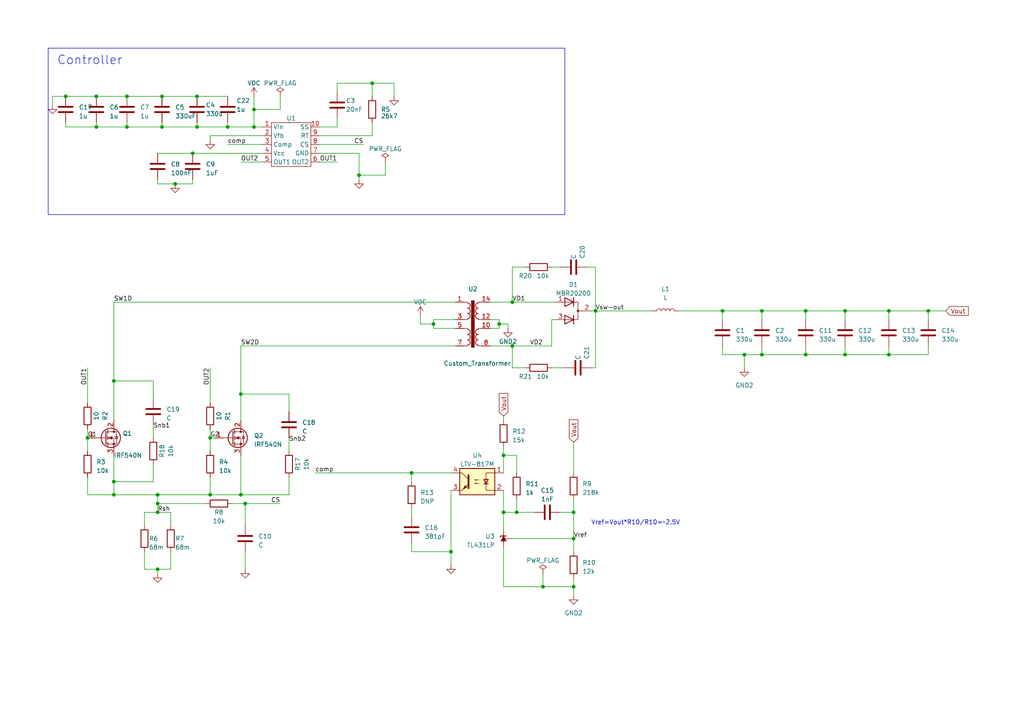
<source format=kicad_sch>
(kicad_sch (version 20230121) (generator eeschema)
  (paper "A4")
  (lib_symbols
    (symbol "Device:C" (pin_numbers hide) (pin_names (offset 0.254))
      (property "Reference" "C" (at 0.635 2.54 0))
      (property "Value" "C" (at 0.635 -2.54 0))
      (symbol "C_0_1"
        (polyline (pts (xy -2.032 -0.762) (xy 2.032 -0.762)) (stroke (width 0.508)))
        (polyline (pts (xy -2.032 0.762) (xy 2.032 0.762)) (stroke (width 0.508)))
      )
      (symbol "C_1_1"
        (pin passive line (at 0 3.81 270) (length 2.794) (name "~") (number "1"))
        (pin passive line (at 0 -3.81 90) (length 2.794) (name "~") (number "2"))
      )
    )
    (symbol "Device:D_Dual_CommonCathode_AKA_Parallel" (pin_names (offset 0.762) hide)
      (property "Reference" "D" (at 0 5.08 0))
      (property "Value" "D_Dual_CommonCathode_AKA_Parallel" (at 0 -5.08 0))
      (symbol "D_Dual_CommonCathode_AKA_Parallel_0_0"
        (polyline (pts (xy 0 -1.27) (xy 0 -3.81)) (stroke (width 0.254)))
        (polyline (pts (xy 0 3.81) (xy 0 1.27)) (stroke (width 0.254)))
      )
      (symbol "D_Dual_CommonCathode_AKA_Parallel_0_1"
        (polyline (pts (xy 1.27 0) (xy 2.54 0)))
        (polyline (pts (xy -2.54 -2.54) (xy 1.27 -2.54) (xy 1.27 2.54) (xy -2.54 2.54)))
        (polyline (pts (xy -2.54 -1.27) (xy 0 -2.54) (xy -2.54 -3.81) (xy -2.54 -1.27) (xy -2.54 -1.27) (xy -2.54 -1.27)) (stroke (width 0.254)))
        (polyline (pts (xy -2.54 3.81) (xy 0 2.54) (xy -2.54 1.27) (xy -2.54 3.81) (xy -2.54 3.81) (xy -2.54 3.81)) (stroke (width 0.254)))
        (circle (center 1.27 0) (radius 0.254) (fill (type outline)))
        (pin passive line (at -5.08 2.54 0) (length 2.54) (name "K") (number "1"))
        (pin passive line (at 5.08 0 180) (length 2.54) (name "A") (number "2"))
        (pin passive line (at -5.08 -2.54 0) (length 2.54) (name "K") (number "3"))
      )
    )
    (symbol "Device:L" (pin_numbers hide) (pin_names (offset 1.016) hide)
      (property "Reference" "L" (at -1.27 0 90))
      (property "Value" "L" (at 1.905 0 90))
      (symbol "L_0_1"
        (arc (start 0 -2.54) (mid 0.6323 -1.905) (end 0 -1.27))
        (arc (start 0 -1.27) (mid 0.6323 -0.635) (end 0 0))
        (arc (start 0 0) (mid 0.6323 0.635) (end 0 1.27))
        (arc (start 0 1.27) (mid 0.6323 1.905) (end 0 2.54))
      )
      (symbol "L_1_1"
        (pin passive line (at 0 3.81 270) (length 1.27) (name "1") (number "1"))
        (pin passive line (at 0 -3.81 90) (length 1.27) (name "2") (number "2"))
      )
    )
    (symbol "Device:R" (pin_numbers hide) (pin_names (offset 0))
      (property "Reference" "R" (at 2.032 0 90))
      (property "Value" "R" (at 0 0 90))
      (symbol "R_0_1"
        (rectangle (start -1.016 -2.54) (end 1.016 2.54) (stroke (width 0.254)))
      )
      (symbol "R_1_1"
        (pin passive line (at 0 3.81 270) (length 1.27) (name "~") (number "1"))
        (pin passive line (at 0 -3.81 90) (length 1.27) (name "~") (number "2"))
      )
    )
    (symbol "EE464-Symbols:Custom_Transformer"
      (property "Reference" "U" (at 0 8.89 0))
      (property "Value" "Custom_Transformer" (at -1.27 -10.16 0))
      (symbol "Custom_Transformer_0_1"
        (arc (start -2.794 -6.096) (mid -2.0353 -5.334) (end -2.794 -4.572) (stroke (width 0.2032)))
        (arc (start -2.794 -4.572) (mid -2.0353 -3.81) (end -2.794 -3.048) (stroke (width 0.2032)))
        (arc (start -2.794 -3.048) (mid -2.0353 -2.286) (end -2.794 -1.524) (stroke (width 0.2032)))
        (arc (start -2.794 1.524) (mid -2.0353 2.286) (end -2.794 3.048) (stroke (width 0.2032)))
        (arc (start -2.794 3.048) (mid -2.0353 3.81) (end -2.794 4.572) (stroke (width 0.2032)))
        (arc (start -2.794 4.572) (mid -2.0353 5.334) (end -2.794 6.096) (stroke (width 0.2032)))
        (rectangle (start -1.524 6.604) (end -1.016 -6.604) (stroke (width 0.508)) (fill (type outline)))
        (polyline (pts (xy 0.254 -6.096) (xy 0.254 -6.35) (xy 0.254 -6.35)) (fill (type outline)))
        (polyline (pts (xy 0.254 -1.27) (xy 0.254 -1.524) (xy 0.254 -1.524)) (fill (type outline)))
        (polyline (pts (xy 0.254 -1.27) (xy 1.27 -1.27) (xy 1.27 -1.27)))
        (polyline (pts (xy 0.254 1.27) (xy 0.254 1.524) (xy 0.254 1.524)) (fill (type outline)))
        (polyline (pts (xy 0.254 1.27) (xy 1.27 1.27) (xy 1.27 1.27)))
        (polyline (pts (xy 0.254 6.35) (xy 0.254 6.096) (xy 0.254 6.096)) (fill (type outline)))
        (polyline (pts (xy 0.254 6.35) (xy 1.27 6.35) (xy 1.27 6.35)))
        (polyline (pts (xy 1.27 -6.35) (xy 0.254 -6.35) (xy 0.254 -6.35)))
        (polyline (pts (xy -2.794 -6.096) (xy -2.794 -6.35) (xy -3.81 -6.35) (xy -3.81 -6.35)))
        (polyline (pts (xy -2.794 -1.524) (xy -2.794 -1.27) (xy -3.81 -1.27) (xy -3.81 -1.27)))
        (polyline (pts (xy -2.794 1.524) (xy -2.794 1.27) (xy -3.81 1.27) (xy -3.81 1.27)))
        (polyline (pts (xy -2.794 6.096) (xy -2.794 6.35) (xy -3.81 6.35) (xy -3.81 6.35)))
        (arc (start 0.254 -4.572) (mid -0.5047 -5.334) (end 0.254 -6.096) (stroke (width 0.2032)))
        (arc (start 0.254 -3.048) (mid -0.5047 -3.81) (end 0.254 -4.572) (stroke (width 0.2032)))
        (arc (start 0.254 -1.524) (mid -0.5047 -2.286) (end 0.254 -3.048) (stroke (width 0.2032)))
        (arc (start 0.254 3.048) (mid -0.5047 2.286) (end 0.254 1.524) (stroke (width 0.2032)))
        (arc (start 0.254 4.572) (mid -0.5047 3.81) (end 0.254 3.048) (stroke (width 0.2032)))
        (arc (start 0.254 6.096) (mid -0.5047 5.334) (end 0.254 4.572) (stroke (width 0.2032)))
      )
      (symbol "Custom_Transformer_1_1"
        (pin passive line (at -6.35 6.35 0) (length 2.54) (name "~") (number "1"))
        (pin passive line (at 3.81 -1.27 180) (length 2.54) (name "~") (number "10"))
        (pin passive line (at 3.81 1.27 180) (length 2.54) (name "~") (number "12"))
        (pin passive line (at 3.81 6.35 180) (length 2.54) (name "~") (number "14"))
        (pin passive line (at -6.35 1.27 0) (length 2.54) (name "~") (number "3"))
        (pin passive line (at -6.35 -1.27 0) (length 2.54) (name "~") (number "5"))
        (pin passive line (at -6.35 -6.35 0) (length 2.54) (name "~") (number "7"))
        (pin passive line (at 3.81 -6.35 180) (length 2.54) (name "~") (number "8"))
      )
    )
    (symbol "EE464-Symbols:LM5030-DIP"
      (property "Reference" "U" (at -3.81 6.35 0))
      (symbol "LM5030-DIP_0_1"
        (rectangle (start -6.35 5.08) (end 5.08 -7.62))
      )
      (symbol "LM5030-DIP_1_1"
        (pin input line (at -8.89 3.81 0) (length 2.54) (name "Vin") (number "1"))
        (pin input line (at 7.62 3.81 180) (length 2.54) (name "SS") (number "10"))
        (pin input line (at -8.89 1.27 0) (length 2.54) (name "Vfb") (number "2"))
        (pin input line (at -8.89 -1.27 0) (length 2.54) (name "Comp") (number "3"))
        (pin output line (at -8.89 -3.81 0) (length 2.54) (name "Vcc") (number "4"))
        (pin output line (at -8.89 -6.35 0) (length 2.54) (name "OUT1") (number "5"))
        (pin input line (at 7.62 -6.35 180) (length 2.54) (name "OUT2") (number "6"))
        (pin input line (at 7.62 -3.81 180) (length 2.54) (name "GND") (number "7"))
        (pin input line (at 7.62 -1.27 180) (length 2.54) (name "CS") (number "8"))
        (pin input line (at 7.62 1.27 180) (length 2.54) (name "RT") (number "9"))
      )
    )
    (symbol "Isolator:LTV-817M" (pin_names (offset 1.016))
      (property "Reference" "U" (at -3.81 5.08 0))
      (property "Value" "LTV-817M" (at 0 -5.08 0))
      (symbol "LTV-817M_1_1"
        (rectangle (start -5.08 3.81) (end 5.08 -3.81) (stroke (width 0.254)) (fill (type background)))
        (polyline (pts (xy -3.175 -0.635) (xy -1.905 -0.635)) (stroke (width 0.254)))
        (polyline (pts (xy 2.54 0.635) (xy 4.445 2.54)))
        (polyline (pts (xy 4.445 -2.54) (xy 2.54 -0.635)) (fill (type outline)))
        (polyline (pts (xy 4.445 -2.54) (xy 5.08 -2.54)))
        (polyline (pts (xy 4.445 2.54) (xy 5.08 2.54)))
        (polyline (pts (xy -5.08 2.54) (xy -2.54 2.54) (xy -2.54 -0.762)))
        (polyline (pts (xy -2.54 -0.635) (xy -2.54 -2.54) (xy -5.08 -2.54)))
        (polyline (pts (xy 2.54 1.905) (xy 2.54 -1.905) (xy 2.54 -1.905)) (stroke (width 0.508)))
        (polyline (pts (xy -2.54 -0.635) (xy -3.175 0.635) (xy -1.905 0.635) (xy -2.54 -0.635)) (stroke (width 0.254)))
        (polyline (pts (xy -0.508 -0.508) (xy 0.762 -0.508) (xy 0.381 -0.635) (xy 0.381 -0.381) (xy 0.762 -0.508)))
        (polyline (pts (xy -0.508 0.508) (xy 0.762 0.508) (xy 0.381 0.381) (xy 0.381 0.635) (xy 0.762 0.508)))
        (polyline (pts (xy 3.048 -1.651) (xy 3.556 -1.143) (xy 4.064 -2.159) (xy 3.048 -1.651) (xy 3.048 -1.651)) (fill (type outline)))
        (pin passive line (at -7.62 2.54 0) (length 2.54) (name "~") (number "1"))
        (pin passive line (at -7.62 -2.54 0) (length 2.54) (name "~") (number "2"))
        (pin passive line (at 7.62 -2.54 180) (length 2.54) (name "~") (number "3"))
        (pin passive line (at 7.62 2.54 180) (length 2.54) (name "~") (number "4"))
      )
    )
    (symbol "Reference_Voltage:TL431LP" (pin_numbers hide) (pin_names hide)
      (property "Reference" "U" (at -2.54 2.54 0))
      (property "Value" "TL431LP" (at 0 -2.54 0))
      (symbol "TL431LP_0_1"
        (polyline (pts (xy -1.27 0) (xy 0 0) (xy 1.27 0)))
        (polyline (pts (xy -0.762 0.762) (xy 0.762 0) (xy -0.762 -0.762)) (fill (type outline)))
        (polyline (pts (xy 0.508 -1.016) (xy 0.762 -0.762) (xy 0.762 0.762) (xy 0.762 0.762)) (stroke (width 0.254)))
      )
      (symbol "TL431LP_1_1"
        (pin passive line (at 0 2.54 270) (length 2.54) (name "REF") (number "1"))
        (pin passive line (at -2.54 0 0) (length 2.54) (name "A") (number "2"))
        (pin passive line (at 2.54 0 180) (length 2.54) (name "K") (number "3"))
      )
    )
    (symbol "Transistor_FET:IRF540N" (pin_names hide)
      (property "Reference" "Q" (at 6.35 1.905 0))
      (property "Value" "IRF540N" (at 6.35 0 0))
      (symbol "IRF540N_0_1"
        (polyline (pts (xy 0.254 0) (xy -2.54 0)))
        (polyline (pts (xy 0.254 1.905) (xy 0.254 -1.905)) (stroke (width 0.254)))
        (polyline (pts (xy 0.762 -1.27) (xy 0.762 -2.286)) (stroke (width 0.254)))
        (polyline (pts (xy 0.762 0.508) (xy 0.762 -0.508)) (stroke (width 0.254)))
        (polyline (pts (xy 0.762 2.286) (xy 0.762 1.27)) (stroke (width 0.254)))
        (polyline (pts (xy 2.54 2.54) (xy 2.54 1.778)))
        (polyline (pts (xy 2.54 -2.54) (xy 2.54 0) (xy 0.762 0)))
        (polyline (pts (xy 0.762 -1.778) (xy 3.302 -1.778) (xy 3.302 1.778) (xy 0.762 1.778)))
        (polyline (pts (xy 1.016 0) (xy 2.032 0.381) (xy 2.032 -0.381) (xy 1.016 0)) (fill (type outline)))
        (polyline (pts (xy 2.794 0.508) (xy 2.921 0.381) (xy 3.683 0.381) (xy 3.81 0.254)))
        (polyline (pts (xy 3.302 0.381) (xy 2.921 -0.254) (xy 3.683 -0.254) (xy 3.302 0.381)))
        (circle (center 1.651 0) (radius 2.794) (stroke (width 0.254)))
        (circle (center 2.54 -1.778) (radius 0.254) (fill (type outline)))
        (circle (center 2.54 1.778) (radius 0.254) (fill (type outline)))
      )
      (symbol "IRF540N_1_1"
        (pin input line (at -5.08 0 0) (length 2.54) (name "G") (number "1"))
        (pin passive line (at 2.54 5.08 270) (length 2.54) (name "D") (number "2"))
        (pin passive line (at 2.54 -5.08 90) (length 2.54) (name "S") (number "3"))
      )
    )
    (symbol "power:GND" (power) (pin_names (offset 0))
      (property "Value" "GND" (at 0 -3.81 0))
      (symbol "GND_0_1"
        (polyline (pts (xy 0 0) (xy 0 -1.27) (xy 1.27 -1.27) (xy 0 -2.54) (xy -1.27 -1.27) (xy 0 -1.27)))
      )
      (symbol "GND_1_1"
        (pin power_in line (at 0 0 270) (length 0) hide (name "GND") (number "1"))
      )
    )
    (symbol "power:GND2" (power) (pin_names (offset 0))
      (property "Value" "GND2" (at 0 -3.81 0))
      (symbol "GND2_0_1"
        (polyline (pts (xy 0 0) (xy 0 -1.27) (xy 1.27 -1.27) (xy 0 -2.54) (xy -1.27 -1.27) (xy 0 -1.27)))
      )
      (symbol "GND2_1_1"
        (pin power_in line (at 0 0 270) (length 0) hide (name "GND2") (number "1"))
      )
    )
    (symbol "power:PWR_FLAG" (power) (pin_numbers hide) (pin_names (offset 0) hide)
      (property "Value" "PWR_FLAG" (at 0 3.81 0))
      (symbol "PWR_FLAG_0_0"
        (pin power_out line (at 0 0 90) (length 0) (name "pwr") (number "1"))
      )
      (symbol "PWR_FLAG_0_1"
        (polyline (pts (xy 0 0) (xy 0 1.27) (xy -1.016 1.905) (xy 0 2.54) (xy 1.016 1.905) (xy 0 1.27)))
      )
    )
    (symbol "power:VDC" (power) (pin_names (offset 0))
      (property "Value" "VDC" (at 0 6.35 0))
      (symbol "VDC_0_1"
        (polyline (pts (xy -0.762 1.27) (xy 0 2.54)))
        (polyline (pts (xy 0 0) (xy 0 2.54)))
        (polyline (pts (xy 0 2.54) (xy 0.762 1.27)))
      )
      (symbol "VDC_1_1"
        (pin power_in line (at 0 0 90) (length 0) hide (name "VDC") (number "1"))
      )
    )
  )
  (junction (at 46.99 27.94))
  (junction (at 107.95 24.13))
  (junction (at 33.02 143.51))
  (junction (at 209.55 90.17))
  (junction (at 119.38 137.16))
  (junction (at 45.72 146.05))
  (junction (at 57.15 36.83))
  (junction (at 73.66 31.75))
  (junction (at 149.86 148.59))
  (junction (at 46.99 36.83))
  (junction (at 73.66 36.83))
  (junction (at 25.4 127))
  (junction (at 146.05 132.08))
  (junction (at 36.83 27.94))
  (junction (at 172.72 90.17))
  (junction (at 36.83 36.83))
  (junction (at 130.81 160.02))
  (junction (at 69.85 143.51))
  (junction (at 33.02 110.49))
  (junction (at 55.88 44.45))
  (junction (at 245.11 90.17))
  (junction (at 125.73 93.98))
  (junction (at 27.94 36.83))
  (junction (at 257.81 102.87))
  (junction (at 27.94 27.94))
  (junction (at 166.37 156.21))
  (junction (at 45.72 143.51))
  (junction (at 220.98 90.17))
  (junction (at 245.11 102.87))
  (junction (at 146.05 148.59))
  (junction (at 215.9 102.87))
  (junction (at 144.78 93.98))
  (junction (at 50.8 53.34))
  (junction (at 45.72 165.1))
  (junction (at 19.05 27.94))
  (junction (at 269.24 90.17))
  (junction (at 233.68 90.17))
  (junction (at 157.48 170.18))
  (junction (at 71.12 146.05))
  (junction (at 57.15 27.94))
  (junction (at 45.72 148.59))
  (junction (at 33.02 139.7))
  (junction (at 148.59 87.63))
  (junction (at 166.37 148.59))
  (junction (at 233.68 102.87))
  (junction (at 104.14 50.8))
  (junction (at 220.98 102.87))
  (junction (at 66.04 36.83))
  (junction (at 60.96 143.51))
  (junction (at 60.96 127))
  (junction (at 69.85 114.3))
  (junction (at 166.37 170.18))
  (junction (at 148.59 100.33))
  (junction (at 257.81 90.17))
  (wire (pts (xy 149.86 144.78) (xy 149.86 148.59)))
  (wire (pts (xy 44.45 134.62) (xy 44.45 139.7)))
  (wire (pts (xy 97.79 24.13) (xy 97.79 26.67)))
  (wire (pts (xy 60.96 124.46) (xy 60.96 127)))
  (wire (pts (xy 172.72 106.68) (xy 171.45 106.68)))
  (wire (pts (xy 146.05 129.54) (xy 146.05 132.08)))
  (wire (pts (xy 144.78 93.98) (xy 147.32 93.98)))
  (wire (pts (xy 69.85 114.3) (xy 69.85 121.92)))
  (wire (pts (xy 172.72 90.17) (xy 172.72 106.68)))
  (wire (pts (xy 148.59 156.21) (xy 166.37 156.21)))
  (wire (pts (xy 233.68 102.87) (xy 245.11 102.87)))
  (wire (pts (xy 25.4 143.51) (xy 33.02 143.51)))
  (wire (pts (xy 25.4 124.46) (xy 25.4 127)))
  (wire (pts (xy 144.78 93.98) (xy 144.78 95.25)))
  (wire (pts (xy 19.05 27.94) (xy 15.24 27.94)))
  (wire (pts (xy 97.79 24.13) (xy 107.95 24.13)))
  (wire (pts (xy 149.86 137.16) (xy 149.86 132.08)))
  (wire (pts (xy 147.32 93.98) (xy 147.32 95.25)))
  (wire (pts (xy 60.96 138.43) (xy 60.96 143.51)))
  (wire (pts (xy 220.98 90.17) (xy 220.98 92.71)))
  (wire (pts (xy 33.02 87.63) (xy 33.02 110.49)))
  (wire (pts (xy 81.28 27.94) (xy 81.28 31.75)))
  (wire (pts (xy 125.73 93.98) (xy 125.73 95.25)))
  (wire (pts (xy 157.48 166.37) (xy 157.48 170.18)))
  (wire (pts (xy 46.99 36.83) (xy 57.15 36.83)))
  (wire (pts (xy 19.05 27.94) (xy 27.94 27.94)))
  (wire (pts (xy 257.81 90.17) (xy 257.81 92.71)))
  (wire (pts (xy 97.79 36.83) (xy 92.71 36.83)))
  (wire (pts (xy 66.04 41.91) (xy 76.2 41.91)))
  (wire (pts (xy 45.72 44.45) (xy 55.88 44.45)))
  (wire (pts (xy 119.38 137.16) (xy 130.81 137.16)))
  (wire (pts (xy 146.05 142.24) (xy 146.05 148.59)))
  (wire (pts (xy 119.38 160.02) (xy 130.81 160.02)))
  (wire (pts (xy 44.45 123.19) (xy 44.45 127)))
  (wire (pts (xy 220.98 102.87) (xy 233.68 102.87)))
  (wire (pts (xy 172.72 90.17) (xy 189.23 90.17)))
  (wire (pts (xy 44.45 139.7) (xy 33.02 139.7)))
  (wire (pts (xy 33.02 110.49) (xy 33.02 121.92)))
  (wire (pts (xy 148.59 77.47) (xy 148.59 87.63)))
  (wire (pts (xy 45.72 53.34) (xy 50.8 53.34)))
  (wire (pts (xy 172.72 90.17) (xy 172.72 77.47)))
  (wire (pts (xy 209.55 90.17) (xy 209.55 92.71)))
  (wire (pts (xy 41.91 148.59) (xy 45.72 148.59)))
  (wire (pts (xy 114.3 24.13) (xy 107.95 24.13)))
  (wire (pts (xy 233.68 90.17) (xy 233.68 92.71)))
  (wire (pts (xy 36.83 35.56) (xy 36.83 36.83)))
  (wire (pts (xy 233.68 90.17) (xy 245.11 90.17)))
  (wire (pts (xy 33.02 139.7) (xy 33.02 143.51)))
  (wire (pts (xy 60.96 143.51) (xy 69.85 143.51)))
  (wire (pts (xy 269.24 90.17) (xy 274.32 90.17)))
  (wire (pts (xy 45.72 143.51) (xy 60.96 143.51)))
  (wire (pts (xy 107.95 24.13) (xy 107.95 27.94)))
  (wire (pts (xy 76.2 39.37) (xy 60.96 39.37)))
  (wire (pts (xy 245.11 102.87) (xy 257.81 102.87)))
  (wire (pts (xy 45.72 52.07) (xy 45.72 53.34)))
  (wire (pts (xy 71.12 146.05) (xy 71.12 152.4)))
  (wire (pts (xy 148.59 100.33) (xy 160.02 100.33)))
  (wire (pts (xy 245.11 90.17) (xy 245.11 92.71)))
  (wire (pts (xy 76.2 36.83) (xy 73.66 36.83)))
  (wire (pts (xy 44.45 110.49) (xy 33.02 110.49)))
  (wire (pts (xy 60.96 106.68) (xy 60.96 116.84)))
  (wire (pts (xy 119.38 147.32) (xy 119.38 149.86)))
  (wire (pts (xy 71.12 146.05) (xy 81.28 146.05)))
  (wire (pts (xy 209.55 90.17) (xy 220.98 90.17)))
  (wire (pts (xy 41.91 152.4) (xy 41.91 148.59)))
  (wire (pts (xy 44.45 110.49) (xy 44.45 115.57)))
  (wire (pts (xy 60.96 127) (xy 62.23 127)))
  (wire (pts (xy 69.85 100.33) (xy 132.08 100.33)))
  (wire (pts (xy 45.72 143.51) (xy 45.72 146.05)))
  (wire (pts (xy 121.92 93.98) (xy 125.73 93.98)))
  (wire (pts (xy 45.72 146.05) (xy 45.72 148.59)))
  (wire (pts (xy 57.15 27.94) (xy 66.04 27.94)))
  (wire (pts (xy 50.8 53.34) (xy 55.88 53.34)))
  (wire (pts (xy 73.66 31.75) (xy 73.66 36.83)))
  (wire (pts (xy 36.83 27.94) (xy 46.99 27.94)))
  (wire (pts (xy 83.82 119.38) (xy 83.82 114.3)))
  (wire (pts (xy 45.72 146.05) (xy 59.69 146.05)))
  (wire (pts (xy 245.11 90.17) (xy 257.81 90.17)))
  (wire (pts (xy 119.38 139.7) (xy 119.38 137.16)))
  (wire (pts (xy 130.81 142.24) (xy 130.81 160.02)))
  (wire (pts (xy 97.79 34.29) (xy 97.79 36.83)))
  (wire (pts (xy 55.88 52.07) (xy 55.88 53.34)))
  (wire (pts (xy 19.05 35.56) (xy 19.05 36.83)))
  (wire (pts (xy 69.85 100.33) (xy 69.85 114.3)))
  (wire (pts (xy 111.76 46.99) (xy 111.76 50.8)))
  (wire (pts (xy 160.02 92.71) (xy 161.29 92.71)))
  (wire (pts (xy 92.71 46.99) (xy 97.79 46.99)))
  (wire (pts (xy 15.24 27.94) (xy 15.24 30.48)))
  (wire (pts (xy 83.82 127) (xy 83.82 130.81)))
  (wire (pts (xy 60.96 127) (xy 60.96 130.81)))
  (wire (pts (xy 142.24 100.33) (xy 148.59 100.33)))
  (wire (pts (xy 215.9 102.87) (xy 220.98 102.87)))
  (wire (pts (xy 148.59 100.33) (xy 148.59 106.68)))
  (wire (pts (xy 166.37 167.64) (xy 166.37 170.18)))
  (wire (pts (xy 27.94 27.94) (xy 36.83 27.94)))
  (wire (pts (xy 172.72 77.47) (xy 170.18 77.47)))
  (wire (pts (xy 142.24 87.63) (xy 148.59 87.63)))
  (wire (pts (xy 215.9 102.87) (xy 215.9 106.68)))
  (wire (pts (xy 45.72 148.59) (xy 49.53 148.59)))
  (wire (pts (xy 104.14 44.45) (xy 104.14 50.8)))
  (wire (pts (xy 83.82 138.43) (xy 83.82 143.51)))
  (wire (pts (xy 67.31 146.05) (xy 71.12 146.05)))
  (wire (pts (xy 25.4 127) (xy 25.4 130.81)))
  (wire (pts (xy 257.81 90.17) (xy 269.24 90.17)))
  (wire (pts (xy 142.24 95.25) (xy 144.78 95.25)))
  (wire (pts (xy 149.86 132.08) (xy 146.05 132.08)))
  (wire (pts (xy 69.85 132.08) (xy 69.85 143.51)))
  (wire (pts (xy 144.78 92.71) (xy 144.78 93.98)))
  (wire (pts (xy 220.98 100.33) (xy 220.98 102.87)))
  (wire (pts (xy 92.71 39.37) (xy 107.95 39.37)))
  (wire (pts (xy 220.98 90.17) (xy 233.68 90.17)))
  (wire (pts (xy 45.72 165.1) (xy 45.72 166.37)))
  (wire (pts (xy 92.71 41.91) (xy 105.41 41.91)))
  (wire (pts (xy 41.91 160.02) (xy 41.91 165.1)))
  (wire (pts (xy 111.76 50.8) (xy 104.14 50.8)))
  (wire (pts (xy 125.73 95.25) (xy 132.08 95.25)))
  (wire (pts (xy 114.3 27.94) (xy 114.3 24.13)))
  (wire (pts (xy 146.05 132.08) (xy 146.05 137.16)))
  (wire (pts (xy 257.81 100.33) (xy 257.81 102.87)))
  (wire (pts (xy 46.99 27.94) (xy 57.15 27.94)))
  (wire (pts (xy 25.4 138.43) (xy 25.4 143.51)))
  (wire (pts (xy 166.37 148.59) (xy 166.37 156.21)))
  (wire (pts (xy 146.05 120.65) (xy 146.05 121.92)))
  (wire (pts (xy 146.05 148.59) (xy 146.05 153.67)))
  (wire (pts (xy 66.04 36.83) (xy 73.66 36.83)))
  (wire (pts (xy 146.05 158.75) (xy 146.05 170.18)))
  (wire (pts (xy 46.99 35.56) (xy 46.99 36.83)))
  (wire (pts (xy 33.02 132.08) (xy 33.02 139.7)))
  (wire (pts (xy 146.05 148.59) (xy 149.86 148.59)))
  (wire (pts (xy 163.83 106.68) (xy 160.02 106.68)))
  (wire (pts (xy 157.48 170.18) (xy 166.37 170.18)))
  (wire (pts (xy 269.24 100.33) (xy 269.24 102.87)))
  (wire (pts (xy 257.81 102.87) (xy 269.24 102.87)))
  (wire (pts (xy 66.04 35.56) (xy 66.04 36.83)))
  (wire (pts (xy 92.71 44.45) (xy 104.14 44.45)))
  (wire (pts (xy 33.02 87.63) (xy 132.08 87.63)))
  (wire (pts (xy 57.15 36.83) (xy 66.04 36.83)))
  (wire (pts (xy 27.94 36.83) (xy 36.83 36.83)))
  (wire (pts (xy 148.59 87.63) (xy 161.29 87.63)))
  (wire (pts (xy 132.08 92.71) (xy 125.73 92.71)))
  (wire (pts (xy 41.91 165.1) (xy 45.72 165.1)))
  (wire (pts (xy 60.96 39.37) (xy 60.96 40.64)))
  (wire (pts (xy 166.37 156.21) (xy 166.37 160.02)))
  (wire (pts (xy 149.86 148.59) (xy 154.94 148.59)))
  (wire (pts (xy 83.82 114.3) (xy 69.85 114.3)))
  (wire (pts (xy 33.02 143.51) (xy 45.72 143.51)))
  (wire (pts (xy 162.56 148.59) (xy 166.37 148.59)))
  (wire (pts (xy 166.37 128.27) (xy 166.37 137.16)))
  (wire (pts (xy 83.82 143.51) (xy 69.85 143.51)))
  (wire (pts (xy 49.53 148.59) (xy 49.53 152.4)))
  (wire (pts (xy 27.94 35.56) (xy 27.94 36.83)))
  (wire (pts (xy 233.68 100.33) (xy 233.68 102.87)))
  (wire (pts (xy 57.15 35.56) (xy 57.15 36.83)))
  (wire (pts (xy 73.66 27.94) (xy 73.66 31.75)))
  (wire (pts (xy 49.53 165.1) (xy 45.72 165.1)))
  (wire (pts (xy 130.81 160.02) (xy 130.81 163.83)))
  (wire (pts (xy 152.4 106.68) (xy 148.59 106.68)))
  (wire (pts (xy 215.9 102.87) (xy 209.55 102.87)))
  (wire (pts (xy 142.24 92.71) (xy 144.78 92.71)))
  (wire (pts (xy 119.38 157.48) (xy 119.38 160.02)))
  (wire (pts (xy 121.92 91.44) (xy 121.92 93.98)))
  (wire (pts (xy 146.05 170.18) (xy 157.48 170.18)))
  (wire (pts (xy 55.88 44.45) (xy 76.2 44.45)))
  (wire (pts (xy 196.85 90.17) (xy 209.55 90.17)))
  (wire (pts (xy 171.45 90.17) (xy 172.72 90.17)))
  (wire (pts (xy 160.02 100.33) (xy 160.02 92.71)))
  (wire (pts (xy 209.55 100.33) (xy 209.55 102.87)))
  (wire (pts (xy 71.12 160.02) (xy 71.12 165.1)))
  (wire (pts (xy 166.37 144.78) (xy 166.37 148.59)))
  (wire (pts (xy 36.83 36.83) (xy 46.99 36.83)))
  (wire (pts (xy 148.59 77.47) (xy 152.4 77.47)))
  (wire (pts (xy 107.95 35.56) (xy 107.95 39.37)))
  (wire (pts (xy 245.11 100.33) (xy 245.11 102.87)))
  (wire (pts (xy 49.53 160.02) (xy 49.53 165.1)))
  (wire (pts (xy 162.56 77.47) (xy 160.02 77.47)))
  (wire (pts (xy 125.73 92.71) (xy 125.73 93.98)))
  (wire (pts (xy 269.24 90.17) (xy 269.24 92.71)))
  (wire (pts (xy 81.28 31.75) (xy 73.66 31.75)))
  (wire (pts (xy 166.37 170.18) (xy 166.37 172.72)))
  (wire (pts (xy 25.4 106.68) (xy 25.4 116.84)))
  (wire (pts (xy 104.14 50.8) (xy 104.14 52.07)))
  (wire (pts (xy 91.44 137.16) (xy 119.38 137.16)))
  (wire (pts (xy 69.85 46.99) (xy 76.2 46.99)))
  (wire (pts (xy 19.05 36.83) (xy 27.94 36.83)))
  (rectangle (start 13.97 13.97) (end 163.83 62.23))
  (text "Controller" (at 16.51 19.05 0) (effects (font (size 2.54 2.54)) (justify left bottom)))
  (text "Vref=Vout*R10/R10=~2.5V" (at 171.45 152.4 0) (effects (font (size 1.27 1.27)) (justify left bottom)))
  (label "VD1" (at 148.59 87.63 0))
  (label "Snb2" (at 83.82 128.27 0))
  (label "Vsw-out" (at 172.72 90.17 0))
  (label "Rsh" (at 45.72 148.59 0))
  (label "SW1D" (at 33.02 87.63 0))
  (label "G2" (at 60.96 127 0))
  (label "comp" (at 66.04 41.91 0))
  (label "comp" (at 91.44 137.16 0))
  (label "SW2D" (at 69.85 100.33 0))
  (label "VD2" (at 153.67 100.33 0))
  (label "OUT2" (at 69.85 46.99 0))
  (label "G1" (at 25.4 127 0))
  (label "CS" (at 81.28 146.05 180))
  (label "OUT1" (at 25.4 106.68 270))
  (label "Snb1" (at 44.45 124.46 0))
  (label "Vref" (at 166.37 156.21 0))
  (label "OUT2" (at 60.96 106.68 270))
  (label "CS" (at 105.41 41.91 180))
  (label "OUT1" (at 97.79 46.99 180))
  (global_label "Vout" (shape input) (at 166.37 128.27 90) (property "Intersheetrefs" "${INTERSHEET_REFS}" (effects hide)))
  (global_label "Vout" (shape input) (at 146.05 120.65 90) (property "Intersheetrefs" "${INTERSHEET_REFS}" (effects hide)))
  (global_label "Vout" (shape input) (at 274.32 90.17 0) (property "Intersheetrefs" "${INTERSHEET_REFS}" (effects hide)))
  (symbol (lib_id "power:VDC") (at 121.92 91.44 0) (unit 1)
    (property "Reference" "#PWR06" (effects hide))
    (property "Value" "VDC" (at 121.92 87.63 0))
  )
  (symbol (lib_id "Device:C") (at 167.64 106.68 270) (unit 1)
    (property "Reference" "C21" (at 170.18 100.33 0) (effects (justify left)))
    (property "Value" "C" (at 167.64 102.87 0) (effects (justify left)))
    (property "Footprint" "Capacitor_THT:C_Disc_D7.5mm_W5.0mm_P7.50mm" (effects hide))
  )
  (symbol (lib_id "EE464-Symbols:LM5030-DIP") (at 85.09 40.64 0) (unit 1)
    (property "Reference" "U1" (at 84.455 34.29 0))
    (property "Value" "~" (at 83.82 35.56 0))
    (property "Footprint" "Package_DIP:DIP-10_W7.62mm" (effects hide))
  )
  (symbol (lib_id "Device:R") (at 107.95 31.75 0) (unit 1)
    (property "Reference" "R5" (at 110.49 31.75 0) (effects (justify left)))
    (property "Value" "26k7" (at 110.49 33.655 0) (effects (justify left)))
    (property "Footprint" "Resistor_THT:R_Axial_DIN0204_L3.6mm_D1.6mm_P7.62mm_Horizontal" (effects hide))
  )
  (symbol (lib_id "Device:C") (at 269.24 96.52 0) (unit 1)
    (property "Reference" "C14" (at 273.05 95.885 0) (effects (justify left)))
    (property "Value" "330u" (at 273.05 98.425 0) (effects (justify left)))
    (property "Footprint" "Capacitor_THT:CP_Radial_D8.0mm_P5.00mm" (effects hide))
  )
  (symbol (lib_id "Device:R") (at 119.38 143.51 180) (unit 1)
    (property "Reference" "R13" (at 121.92 142.875 0) (effects (justify right)))
    (property "Value" "DNP" (at 121.92 145.415 0) (effects (justify right)))
    (property "Footprint" "Resistor_THT:R_Axial_DIN0204_L3.6mm_D1.6mm_P5.08mm_Horizontal" (effects hide))
  )
  (symbol (lib_id "Device:C") (at 46.99 31.75 180) (unit 1)
    (property "Reference" "C5" (at 50.8 31.115 0) (effects (justify right)))
    (property "Value" "330uF" (at 50.8 33.655 0) (effects (justify right)))
    (property "Footprint" "Capacitor_THT:CP_Radial_D8.0mm_P5.00mm" (effects hide))
  )
  (symbol (lib_id "Device:C") (at 97.79 30.48 0) (unit 1)
    (property "Reference" "C3" (at 100.33 29.21 0) (effects (justify left)))
    (property "Value" "20nF" (at 100.33 31.75 0) (effects (justify left)))
    (property "Footprint" "Capacitor_THT:C_Disc_D5.0mm_W2.5mm_P5.00mm" (effects hide))
  )
  (symbol (lib_id "power:GND2") (at 166.37 172.72 0) (unit 1)
    (property "Reference" "#PWR012" (effects hide))
    (property "Value" "GND2" (at 166.37 177.8 0))
  )
  (symbol (lib_id "Device:C") (at 83.82 123.19 0) (unit 1)
    (property "Reference" "C18" (at 87.63 122.555 0) (effects (justify left)))
    (property "Value" "C" (at 87.63 125.095 0) (effects (justify left)))
    (property "Footprint" "Capacitor_SMD:C_1206_3216Metric" (effects hide))
  )
  (symbol (lib_id "Device:C") (at 257.81 96.52 0) (unit 1)
    (property "Reference" "C13" (at 261.62 95.885 0) (effects (justify left)))
    (property "Value" "330u" (at 261.62 98.425 0) (effects (justify left)))
    (property "Footprint" "Capacitor_THT:CP_Radial_D8.0mm_P5.00mm" (effects hide))
  )
  (symbol (lib_id "Device:R") (at 166.37 140.97 180) (unit 1)
    (property "Reference" "R9" (at 168.91 140.335 0) (effects (justify right)))
    (property "Value" "218k" (at 168.91 142.875 0) (effects (justify right)))
    (property "Footprint" "Resistor_THT:R_Axial_DIN0207_L6.3mm_D2.5mm_P10.16mm_Horizontal" (effects hide))
  )
  (symbol (lib_id "power:GND") (at 50.8 53.34 0) (unit 1)
    (property "Reference" "#PWR07" (effects hide))
    (property "Value" "GND" (effects hide))
  )
  (symbol (lib_id "Device:R") (at 25.4 120.65 0) (unit 1)
    (property "Reference" "R2" (at 30.48 120.65 90))
    (property "Value" "10" (at 27.94 120.65 90))
    (property "Footprint" "Resistor_SMD:R_4020_10251Metric" (effects hide))
  )
  (symbol (lib_id "power:GND2") (at 215.9 106.68 0) (unit 1)
    (property "Reference" "#PWR02" (effects hide))
    (property "Value" "GND2" (at 215.9 111.76 0))
  )
  (symbol (lib_id "Device:C") (at 158.75 148.59 90) (unit 1)
    (property "Reference" "C15" (at 158.75 142.24 90))
    (property "Value" "1nF" (at 158.75 144.78 90))
    (property "Footprint" "Capacitor_THT:C_Disc_D5.1mm_W3.2mm_P5.00mm" (effects hide))
  )
  (symbol (lib_id "Device:R") (at 60.96 120.65 0) (unit 1)
    (property "Reference" "R1" (at 66.04 120.65 90))
    (property "Value" "10" (at 63.5 120.65 90))
    (property "Footprint" "Resistor_SMD:R_4020_10251Metric" (effects hide))
  )
  (symbol (lib_id "Device:C") (at 166.37 77.47 270) (unit 1)
    (property "Reference" "C20" (at 168.91 71.12 0) (effects (justify left)))
    (property "Value" "C" (at 166.37 73.66 0) (effects (justify left)))
    (property "Footprint" "Capacitor_THT:C_Disc_D7.5mm_W5.0mm_P7.50mm" (effects hide))
  )
  (symbol (lib_id "Device:C") (at 220.98 96.52 0) (unit 1)
    (property "Reference" "C2" (at 224.79 95.885 0) (effects (justify left)))
    (property "Value" "330u" (at 224.79 98.425 0) (effects (justify left)))
    (property "Footprint" "Capacitor_THT:CP_Radial_D8.0mm_P5.00mm" (effects hide))
  )
  (symbol (lib_id "Device:R") (at 63.5 146.05 270) (unit 1)
    (property "Reference" "R8" (at 63.5 148.59 90))
    (property "Value" "10k" (at 63.5 151.13 90))
    (property "Footprint" "Resistor_SMD:R_4020_10251Metric" (effects hide))
  )
  (symbol (lib_id "Device:R") (at 83.82 134.62 0) (unit 1)
    (property "Reference" "R17" (at 86.36 134.62 90))
    (property "Value" "10k" (at 88.9 134.62 90))
    (property "Footprint" "Resistor_SMD:R_1206_3216Metric" (effects hide))
  )
  (symbol (lib_id "Device:R") (at 166.37 163.83 180) (unit 1)
    (property "Reference" "R10" (at 168.91 163.195 0) (effects (justify right)))
    (property "Value" "12k" (at 168.91 165.735 0) (effects (justify right)))
    (property "Footprint" "Resistor_THT:R_Axial_DIN0207_L6.3mm_D2.5mm_P10.16mm_Horizontal" (effects hide))
  )
  (symbol (lib_id "power:PWR_FLAG") (at 81.28 27.94 0) (unit 1)
    (property "Reference" "#FLG01" (effects hide))
    (property "Value" "PWR_FLAG" (at 81.28 24.13 0))
  )
  (symbol (lib_id "Device:C") (at 245.11 96.52 0) (unit 1)
    (property "Reference" "C12" (at 248.92 95.885 0) (effects (justify left)))
    (property "Value" "330u" (at 248.92 98.425 0) (effects (justify left)))
    (property "Footprint" "Capacitor_THT:CP_Radial_D8.0mm_P5.00mm" (effects hide))
  )
  (symbol (lib_id "Device:C") (at 44.45 119.38 0) (unit 1)
    (property "Reference" "C19" (at 48.26 118.745 0) (effects (justify left)))
    (property "Value" "C" (at 48.26 121.285 0) (effects (justify left)))
    (property "Footprint" "Capacitor_SMD:C_1206_3216Metric" (effects hide))
  )
  (symbol (lib_id "Device:R") (at 41.91 156.21 180) (unit 1)
    (property "Reference" "R6" (at 43.18 156.21 0) (effects (justify right)))
    (property "Value" "68m" (at 43.18 158.75 0) (effects (justify right)))
    (property "Footprint" "Resistor_SMD:R_2512_6332Metric_Pad1.40x3.35mm_HandSolder" (effects hide))
  )
  (symbol (lib_id "power:PWR_FLAG") (at 157.48 166.37 0) (unit 1)
    (property "Reference" "#FLG03" (effects hide))
    (property "Value" "PWR_FLAG" (at 157.48 162.56 0))
  )
  (symbol (lib_id "power:PWR_FLAG") (at 111.76 46.99 0) (unit 1)
    (property "Reference" "#FLG02" (effects hide))
    (property "Value" "PWR_FLAG" (at 111.76 43.18 0))
  )
  (symbol (lib_id "Device:R") (at 146.05 125.73 180) (unit 1)
    (property "Reference" "R12" (at 148.59 125.095 0) (effects (justify right)))
    (property "Value" "15k" (at 148.59 127.635 0) (effects (justify right)))
    (property "Footprint" "Resistor_THT:R_Axial_DIN0207_L6.3mm_D2.5mm_P10.16mm_Horizontal" (effects hide))
  )
  (symbol (lib_id "Device:C") (at 36.83 31.75 0) (unit 1)
    (property "Reference" "C7" (at 40.64 31.115 0) (effects (justify left)))
    (property "Value" "1u" (at 40.64 33.655 0) (effects (justify left)))
    (property "Footprint" "Capacitor_SMD:C_0805_2012Metric" (effects hide))
  )
  (symbol (lib_id "Device:L") (at 193.04 90.17 90) (unit 1)
    (property "Reference" "L1" (at 193.04 83.82 90))
    (property "Value" "L" (at 193.04 86.36 90))
    (property "Footprint" "Inductor_THT:L_Toroid_Vertical_L25.4mm_W14.7mm_P12.20mm_Vishay_TJ5" (effects hide))
  )
  (symbol (lib_id "Device:R") (at 156.21 106.68 270) (unit 1)
    (property "Reference" "R21" (at 152.4 109.22 90))
    (property "Value" "10k" (at 157.48 109.22 90))
    (property "Footprint" "Resistor_THT:R_Axial_DIN0207_L6.3mm_D2.5mm_P10.16mm_Horizontal" (effects hide))
  )
  (symbol (lib_id "Device:D_Dual_CommonCathode_AKA_Parallel") (at 166.37 90.17 0) (unit 1)
    (property "Reference" "D1" (at 166.3065 82.55 0))
    (property "Value" "MBR20200" (at 166.3065 85.09 0))
    (property "Footprint" "Package_TO_SOT_THT:TO-220-3_Vertical" (effects hide))
  )
  (symbol (lib_id "Device:R") (at 44.45 130.81 0) (unit 1)
    (property "Reference" "R18" (at 46.99 130.81 90))
    (property "Value" "10k" (at 49.53 130.81 90))
    (property "Footprint" "Resistor_SMD:R_1206_3216Metric" (effects hide))
  )
  (symbol (lib_id "Device:C") (at 119.38 153.67 180) (unit 1)
    (property "Reference" "C16" (at 123.19 153.035 0) (effects (justify right)))
    (property "Value" "381pF" (at 123.19 155.575 0) (effects (justify right)))
    (property "Footprint" "Capacitor_THT:C_Disc_D5.0mm_W2.5mm_P5.00mm" (effects hide))
  )
  (symbol (lib_id "power:GND") (at 45.72 166.37 0) (unit 1)
    (property "Reference" "#PWR08" (effects hide))
    (property "Value" "GND" (effects hide))
  )
  (symbol (lib_id "power:GND") (at 114.3 27.94 0) (unit 1)
    (property "Reference" "#PWR05" (effects hide))
    (property "Value" "GND" (effects hide))
  )
  (symbol (lib_id "Device:C") (at 233.68 96.52 0) (unit 1)
    (property "Reference" "C11" (at 237.49 95.885 0) (effects (justify left)))
    (property "Value" "330u" (at 237.49 98.425 0) (effects (justify left)))
    (property "Footprint" "Capacitor_THT:CP_Radial_D8.0mm_P5.00mm" (effects hide))
  )
  (symbol (lib_id "Transistor_FET:IRF540N") (at 67.31 127 0) (unit 1)
    (property "Reference" "Q2" (at 73.66 126.365 0) (effects (justify left)))
    (property "Value" "IRF540N" (at 73.66 128.905 0) (effects (justify left)))
    (property "Footprint" "Package_TO_SOT_THT:TO-220-3_Vertical" (effects hide))
    (property "Datasheet" "http://www.irf.com/product-info/datasheets/data/irf540n.pdf" (effects hide))
  )
  (symbol (lib_id "Device:R") (at 156.21 77.47 270) (unit 1)
    (property "Reference" "R20" (at 152.4 80.01 90))
    (property "Value" "10k" (at 157.48 80.01 90))
    (property "Footprint" "Resistor_THT:R_Axial_DIN0207_L6.3mm_D2.5mm_P10.16mm_Horizontal" (effects hide))
  )
  (symbol (lib_id "Isolator:LTV-817M") (at 138.43 139.7 0) (mirror y) (unit 1)
    (property "Reference" "U4" (at 138.43 132.08 0))
    (property "Value" "LTV-817M" (at 138.43 134.62 0))
    (property "Footprint" "Package_DIP:DIP-4_W10.16mm" (effects hide))
    (property "Datasheet" "http://www.us.liteon.com/downloads/LTV-817-827-847.PDF" (effects hide))
  )
  (symbol (lib_id "Reference_Voltage:TL431LP") (at 146.05 156.21 270) (mirror x) (unit 1)
    (property "Reference" "U3" (at 143.51 155.575 90) (effects (justify right)))
    (property "Value" "TL431LP" (at 143.51 158.115 90) (effects (justify right)))
    (property "Footprint" "Package_TO_SOT_THT:TO-92_Inline" (effects hide))
    (property "Datasheet" "http://www.ti.com/lit/ds/symlink/tl431.pdf" (effects hide))
  )
  (symbol (lib_id "power:GND") (at 104.14 52.07 0) (unit 1)
    (property "Reference" "#PWR010" (effects hide))
    (property "Value" "GND" (effects hide))
  )
  (symbol (lib_id "power:GND") (at 15.24 30.48 0) (unit 1)
    (property "Reference" "#PWR04" (effects hide))
    (property "Value" "GND" (effects hide))
  )
  (symbol (lib_id "power:GND") (at 60.96 40.64 0) (unit 1)
    (property "Reference" "#PWR011" (effects hide))
    (property "Value" "GND" (effects hide))
  )
  (symbol (lib_id "power:GND2") (at 147.32 95.25 0) (unit 1)
    (property "Reference" "#PWR01" (effects hide))
    (property "Value" "GND2" (at 147.32 99.06 0))
  )
  (symbol (lib_id "Transistor_FET:IRF540N") (at 30.48 127 0) (unit 1)
    (property "Reference" "Q1" (at 35.56 125.73 0) (effects (justify left)))
    (property "Value" "IRF540N" (at 33.02 132.08 0) (effects (justify left)))
    (property "Footprint" "Package_TO_SOT_THT:TO-220-3_Vertical" (effects hide))
    (property "Datasheet" "http://www.irf.com/product-info/datasheets/data/irf540n.pdf" (effects hide))
  )
  (symbol (lib_id "power:GND") (at 71.12 165.1 0) (unit 1)
    (property "Reference" "#PWR09" (effects hide))
    (property "Value" "GND" (effects hide))
  )
  (symbol (lib_id "power:GND") (at 130.81 163.83 0) (unit 1)
    (property "Reference" "#PWR013" (effects hide))
    (property "Value" "GND" (effects hide))
  )
  (symbol (lib_id "Device:R") (at 60.96 134.62 180) (unit 1)
    (property "Reference" "R4" (at 63.5 133.985 0) (effects (justify right)))
    (property "Value" "10k" (at 63.5 136.525 0) (effects (justify right)))
    (property "Footprint" "Resistor_SMD:R_4020_10251Metric" (effects hide))
  )
  (symbol (lib_id "Device:R") (at 49.53 156.21 180) (unit 1)
    (property "Reference" "R7" (at 50.8 156.21 0) (effects (justify right)))
    (property "Value" "68m" (at 50.8 158.75 0) (effects (justify right)))
    (property "Footprint" "Resistor_SMD:R_2512_6332Metric_Pad1.40x3.35mm_HandSolder" (effects hide))
  )
  (symbol (lib_id "Device:R") (at 25.4 134.62 180) (unit 1)
    (property "Reference" "R3" (at 27.94 133.985 0) (effects (justify right)))
    (property "Value" "10k" (at 27.94 136.525 0) (effects (justify right)))
    (property "Footprint" "Resistor_SMD:R_4020_10251Metric" (effects hide))
  )
  (symbol (lib_id "Device:C") (at 57.15 31.75 180) (unit 1)
    (property "Reference" "C4" (at 59.69 30.48 0) (effects (justify right)))
    (property "Value" "330u" (at 59.69 33.02 0) (effects (justify right)))
    (property "Footprint" "Capacitor_THT:CP_Radial_D8.0mm_P5.00mm" (effects hide))
  )
  (symbol (lib_id "power:VDC") (at 73.66 27.94 0) (unit 1)
    (property "Reference" "#PWR03" (effects hide))
    (property "Value" "VDC" (at 73.66 24.13 0))
  )
  (symbol (lib_id "Device:C") (at 45.72 48.26 0) (unit 1)
    (property "Reference" "C8" (at 49.53 47.625 0) (effects (justify left)))
    (property "Value" "100nF" (at 49.53 50.165 0) (effects (justify left)))
    (property "Footprint" "Capacitor_SMD:C_0603_1608Metric" (effects hide))
  )
  (symbol (lib_id "EE464-Symbols:Custom_Transformer") (at 138.43 93.98 0) (unit 1)
    (property "Reference" "U2" (at 137.16 83.82 0))
    (property "Value" "Custom_Transformer" (at 138.43 105.41 0))
    (property "Footprint" "Push-Pull:ETD34-14pin" (effects hide))
  )
  (symbol (lib_id "Device:R") (at 149.86 140.97 180) (unit 1)
    (property "Reference" "R11" (at 152.4 140.335 0) (effects (justify right)))
    (property "Value" "1k" (at 152.4 142.875 0) (effects (justify right)))
    (property "Footprint" "Resistor_THT:R_Axial_DIN0207_L6.3mm_D2.5mm_P10.16mm_Horizontal" (effects hide))
  )
  (symbol (lib_id "Device:C") (at 27.94 31.75 0) (unit 1)
    (property "Reference" "C6" (at 31.75 31.115 0) (effects (justify left)))
    (property "Value" "1u" (at 31.75 33.655 0) (effects (justify left)))
    (property "Footprint" "Capacitor_SMD:C_0805_2012Metric" (effects hide))
  )
  (symbol (lib_id "Device:C") (at 71.12 156.21 0) (unit 1)
    (property "Reference" "C10" (at 74.93 155.575 0) (effects (justify left)))
    (property "Value" "C" (at 74.93 158.115 0) (effects (justify left)))
    (property "Footprint" "Capacitor_THT:C_Disc_D5.0mm_W2.5mm_P5.00mm" (effects hide))
  )
  (symbol (lib_id "Device:C") (at 209.55 96.52 0) (unit 1)
    (property "Reference" "C1" (at 213.36 95.885 0) (effects (justify left)))
    (property "Value" "330u" (at 213.36 98.425 0) (effects (justify left)))
    (property "Footprint" "Capacitor_THT:CP_Radial_D8.0mm_P5.00mm" (effects hide))
  )
  (symbol (lib_id "Device:C") (at 55.88 48.26 0) (unit 1)
    (property "Reference" "C9" (at 59.69 47.625 0) (effects (justify left)))
    (property "Value" "1uF" (at 59.69 50.165 0) (effects (justify left)))
    (property "Footprint" "Capacitor_SMD:C_0603_1608Metric" (effects hide))
  )
  (symbol (lib_id "Device:C") (at 66.04 31.75 0) (unit 1)
    (property "Reference" "C22" (at 68.58 29.21 0) (effects (justify left)))
    (property "Value" "1u" (at 68.58 31.75 0) (effects (justify left)))
    (property "Footprint" "Capacitor_SMD:C_0805_2012Metric" (effects hide))
  )
  (symbol (lib_id "Device:C") (at 19.05 31.75 0) (unit 1)
    (property "Reference" "C17" (at 22.86 31.115 0) (effects (justify left)))
    (property "Value" "1u" (at 22.86 33.655 0) (effects (justify left)))
    (property "Footprint" "Capacitor_SMD:C_0805_2012Metric" (effects hide))
  )
)
</source>
